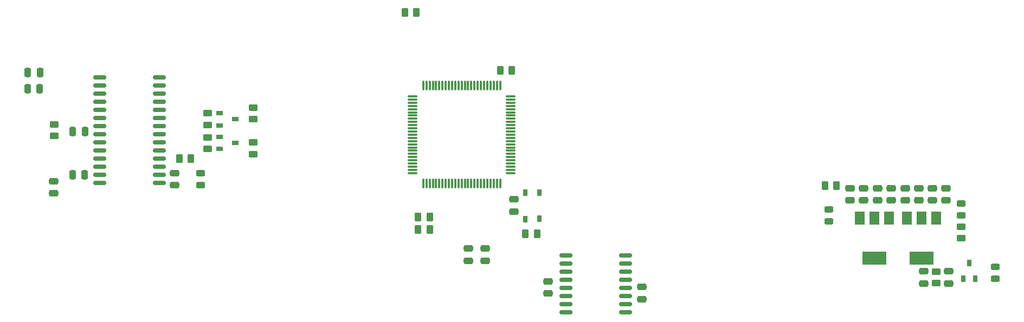
<source format=gbp>
%TF.GenerationSoftware,KiCad,Pcbnew,(6.0.0)*%
%TF.CreationDate,2022-05-25T11:52:23+05:30*%
%TF.ProjectId,Motion_Control_HMI,4d6f7469-6f6e-45f4-936f-6e74726f6c5f,rev?*%
%TF.SameCoordinates,Original*%
%TF.FileFunction,Paste,Bot*%
%TF.FilePolarity,Positive*%
%FSLAX46Y46*%
G04 Gerber Fmt 4.6, Leading zero omitted, Abs format (unit mm)*
G04 Created by KiCad (PCBNEW (6.0.0)) date 2022-05-25 11:52:23*
%MOMM*%
%LPD*%
G01*
G04 APERTURE LIST*
G04 Aperture macros list*
%AMRoundRect*
0 Rectangle with rounded corners*
0 $1 Rounding radius*
0 $2 $3 $4 $5 $6 $7 $8 $9 X,Y pos of 4 corners*
0 Add a 4 corners polygon primitive as box body*
4,1,4,$2,$3,$4,$5,$6,$7,$8,$9,$2,$3,0*
0 Add four circle primitives for the rounded corners*
1,1,$1+$1,$2,$3*
1,1,$1+$1,$4,$5*
1,1,$1+$1,$6,$7*
1,1,$1+$1,$8,$9*
0 Add four rect primitives between the rounded corners*
20,1,$1+$1,$2,$3,$4,$5,0*
20,1,$1+$1,$4,$5,$6,$7,0*
20,1,$1+$1,$6,$7,$8,$9,0*
20,1,$1+$1,$8,$9,$2,$3,0*%
G04 Aperture macros list end*
%ADD10RoundRect,0.250000X0.450000X-0.262500X0.450000X0.262500X-0.450000X0.262500X-0.450000X-0.262500X0*%
%ADD11RoundRect,0.243750X0.456250X-0.243750X0.456250X0.243750X-0.456250X0.243750X-0.456250X-0.243750X0*%
%ADD12RoundRect,0.250000X0.262500X0.450000X-0.262500X0.450000X-0.262500X-0.450000X0.262500X-0.450000X0*%
%ADD13RoundRect,0.250000X0.475000X-0.250000X0.475000X0.250000X-0.475000X0.250000X-0.475000X-0.250000X0*%
%ADD14RoundRect,0.250000X-0.475000X0.250000X-0.475000X-0.250000X0.475000X-0.250000X0.475000X0.250000X0*%
%ADD15R,1.500000X2.000000*%
%ADD16R,3.800000X2.000000*%
%ADD17RoundRect,0.250000X-0.450000X0.262500X-0.450000X-0.262500X0.450000X-0.262500X0.450000X0.262500X0*%
%ADD18RoundRect,0.250000X0.250000X0.475000X-0.250000X0.475000X-0.250000X-0.475000X0.250000X-0.475000X0*%
%ADD19R,1.000000X0.700000*%
%ADD20R,0.700000X1.000000*%
%ADD21RoundRect,0.243750X-0.456250X0.243750X-0.456250X-0.243750X0.456250X-0.243750X0.456250X0.243750X0*%
%ADD22RoundRect,0.250000X-0.262500X-0.450000X0.262500X-0.450000X0.262500X0.450000X-0.262500X0.450000X0*%
%ADD23R,0.650000X1.050000*%
%ADD24RoundRect,0.075000X0.662500X0.075000X-0.662500X0.075000X-0.662500X-0.075000X0.662500X-0.075000X0*%
%ADD25RoundRect,0.075000X0.075000X0.662500X-0.075000X0.662500X-0.075000X-0.662500X0.075000X-0.662500X0*%
%ADD26RoundRect,0.150000X-0.875000X-0.150000X0.875000X-0.150000X0.875000X0.150000X-0.875000X0.150000X0*%
G04 APERTURE END LIST*
D10*
%TO.C,R1*%
X68580000Y-131597400D03*
X68580000Y-129772400D03*
%TD*%
D11*
%TO.C,D2*%
X210261200Y-144013400D03*
X210261200Y-142138400D03*
%TD*%
D12*
%TO.C,R3*%
X144043400Y-146862800D03*
X142218400Y-146862800D03*
%TD*%
D13*
%TO.C,C17*%
X201498200Y-141640600D03*
X201498200Y-139740600D03*
%TD*%
D14*
%TO.C,C14*%
X204393800Y-152730200D03*
X204393800Y-154630200D03*
%TD*%
D13*
%TO.C,C2*%
X145719800Y-156235400D03*
X145719800Y-154335400D03*
%TD*%
%TO.C,C12*%
X197180200Y-141640600D03*
X197180200Y-139740600D03*
%TD*%
D15*
%TO.C,U3*%
X201763600Y-144424000D03*
X204063600Y-144424000D03*
X206363600Y-144424000D03*
D16*
X204063600Y-150724000D03*
%TD*%
D13*
%TO.C,C11*%
X205765400Y-141640600D03*
X205765400Y-139740600D03*
%TD*%
%TO.C,C1*%
X160401000Y-157099000D03*
X160401000Y-155199000D03*
%TD*%
D14*
%TO.C,C6*%
X68503800Y-138638200D03*
X68503800Y-140538200D03*
%TD*%
D10*
%TO.C,R7*%
X92557600Y-133629400D03*
X92557600Y-131804400D03*
%TD*%
D17*
%TO.C,R5*%
X99669600Y-132613400D03*
X99669600Y-134438400D03*
%TD*%
D18*
%TO.C,C3*%
X66344800Y-124231400D03*
X64444800Y-124231400D03*
%TD*%
D13*
%TO.C,C16*%
X195021200Y-141640600D03*
X195021200Y-139740600D03*
%TD*%
D15*
%TO.C,U4*%
X194397600Y-144424000D03*
X196697600Y-144424000D03*
X198997600Y-144424000D03*
D16*
X196697600Y-150724000D03*
%TD*%
D10*
%TO.C,FB1*%
X206375000Y-154609800D03*
X206375000Y-152784800D03*
%TD*%
D19*
%TO.C,Q3*%
X94456400Y-133588800D03*
X94456400Y-131688800D03*
X96856400Y-132638800D03*
%TD*%
D18*
%TO.C,C7*%
X73380600Y-137693400D03*
X71480600Y-137693400D03*
%TD*%
D14*
%TO.C,C22*%
X133273800Y-149174200D03*
X133273800Y-151074200D03*
%TD*%
D20*
%TO.C,Q1*%
X212466000Y-153873200D03*
X210566000Y-153873200D03*
X211516000Y-151473200D03*
%TD*%
D13*
%TO.C,C10*%
X199339200Y-141640600D03*
X199339200Y-139740600D03*
%TD*%
D21*
%TO.C,D1*%
X91440000Y-137388600D03*
X91440000Y-139263600D03*
%TD*%
D17*
%TO.C,R11*%
X210286600Y-145770600D03*
X210286600Y-147595600D03*
%TD*%
D13*
%TO.C,C9*%
X207899000Y-141640600D03*
X207899000Y-139740600D03*
%TD*%
D12*
%TO.C,R10*%
X125171200Y-112217200D03*
X123346200Y-112217200D03*
%TD*%
D22*
%TO.C,R9*%
X125429000Y-144272000D03*
X127254000Y-144272000D03*
%TD*%
D18*
%TO.C,C4*%
X66370200Y-121691400D03*
X64470200Y-121691400D03*
%TD*%
D10*
%TO.C,R4*%
X99669600Y-128955800D03*
X99669600Y-127130800D03*
%TD*%
D14*
%TO.C,C24*%
X135940800Y-149174200D03*
X135940800Y-151074200D03*
%TD*%
D13*
%TO.C,C15*%
X203631800Y-141640600D03*
X203631800Y-139740600D03*
%TD*%
D23*
%TO.C,SW26*%
X142214600Y-140411200D03*
X142214600Y-144561200D03*
X144364600Y-144536200D03*
X144364600Y-140411200D03*
%TD*%
D18*
%TO.C,C5*%
X73401000Y-130860800D03*
X71501000Y-130860800D03*
%TD*%
D19*
%TO.C,Q2*%
X94456400Y-129905800D03*
X94456400Y-128005800D03*
X96856400Y-128955800D03*
%TD*%
D13*
%TO.C,C18*%
X192862200Y-141640600D03*
X192862200Y-139740600D03*
%TD*%
D17*
%TO.C,R6*%
X92557600Y-128016000D03*
X92557600Y-129841000D03*
%TD*%
D22*
%TO.C,R12*%
X188976000Y-139369800D03*
X190801000Y-139369800D03*
%TD*%
D12*
%TO.C,FB2*%
X140077200Y-121285000D03*
X138252200Y-121285000D03*
%TD*%
D21*
%TO.C,D3*%
X189611000Y-143057400D03*
X189611000Y-144932400D03*
%TD*%
D13*
%TO.C,C8*%
X87426800Y-139288600D03*
X87426800Y-137388600D03*
%TD*%
D24*
%TO.C,U5*%
X139908100Y-125377100D03*
X139908100Y-125877100D03*
X139908100Y-126377100D03*
X139908100Y-126877100D03*
X139908100Y-127377100D03*
X139908100Y-127877100D03*
X139908100Y-128377100D03*
X139908100Y-128877100D03*
X139908100Y-129377100D03*
X139908100Y-129877100D03*
X139908100Y-130377100D03*
X139908100Y-130877100D03*
X139908100Y-131377100D03*
X139908100Y-131877100D03*
X139908100Y-132377100D03*
X139908100Y-132877100D03*
X139908100Y-133377100D03*
X139908100Y-133877100D03*
X139908100Y-134377100D03*
X139908100Y-134877100D03*
X139908100Y-135377100D03*
X139908100Y-135877100D03*
X139908100Y-136377100D03*
X139908100Y-136877100D03*
X139908100Y-137377100D03*
D25*
X138245600Y-139039600D03*
X137745600Y-139039600D03*
X137245600Y-139039600D03*
X136745600Y-139039600D03*
X136245600Y-139039600D03*
X135745600Y-139039600D03*
X135245600Y-139039600D03*
X134745600Y-139039600D03*
X134245600Y-139039600D03*
X133745600Y-139039600D03*
X133245600Y-139039600D03*
X132745600Y-139039600D03*
X132245600Y-139039600D03*
X131745600Y-139039600D03*
X131245600Y-139039600D03*
X130745600Y-139039600D03*
X130245600Y-139039600D03*
X129745600Y-139039600D03*
X129245600Y-139039600D03*
X128745600Y-139039600D03*
X128245600Y-139039600D03*
X127745600Y-139039600D03*
X127245600Y-139039600D03*
X126745600Y-139039600D03*
X126245600Y-139039600D03*
D24*
X124583100Y-137377100D03*
X124583100Y-136877100D03*
X124583100Y-136377100D03*
X124583100Y-135877100D03*
X124583100Y-135377100D03*
X124583100Y-134877100D03*
X124583100Y-134377100D03*
X124583100Y-133877100D03*
X124583100Y-133377100D03*
X124583100Y-132877100D03*
X124583100Y-132377100D03*
X124583100Y-131877100D03*
X124583100Y-131377100D03*
X124583100Y-130877100D03*
X124583100Y-130377100D03*
X124583100Y-129877100D03*
X124583100Y-129377100D03*
X124583100Y-128877100D03*
X124583100Y-128377100D03*
X124583100Y-127877100D03*
X124583100Y-127377100D03*
X124583100Y-126877100D03*
X124583100Y-126377100D03*
X124583100Y-125877100D03*
X124583100Y-125377100D03*
D25*
X126245600Y-123714600D03*
X126745600Y-123714600D03*
X127245600Y-123714600D03*
X127745600Y-123714600D03*
X128245600Y-123714600D03*
X128745600Y-123714600D03*
X129245600Y-123714600D03*
X129745600Y-123714600D03*
X130245600Y-123714600D03*
X130745600Y-123714600D03*
X131245600Y-123714600D03*
X131745600Y-123714600D03*
X132245600Y-123714600D03*
X132745600Y-123714600D03*
X133245600Y-123714600D03*
X133745600Y-123714600D03*
X134245600Y-123714600D03*
X134745600Y-123714600D03*
X135245600Y-123714600D03*
X135745600Y-123714600D03*
X136245600Y-123714600D03*
X136745600Y-123714600D03*
X137245600Y-123714600D03*
X137745600Y-123714600D03*
X138245600Y-123714600D03*
%TD*%
D26*
%TO.C,U1*%
X148512000Y-159181800D03*
X148512000Y-157911800D03*
X148512000Y-156641800D03*
X148512000Y-155371800D03*
X148512000Y-154101800D03*
X148512000Y-152831800D03*
X148512000Y-151561800D03*
X148512000Y-150291800D03*
X157812000Y-150291800D03*
X157812000Y-151561800D03*
X157812000Y-152831800D03*
X157812000Y-154101800D03*
X157812000Y-155371800D03*
X157812000Y-156641800D03*
X157812000Y-157911800D03*
X157812000Y-159181800D03*
%TD*%
D11*
%TO.C,F1*%
X215569800Y-153898600D03*
X215569800Y-152023600D03*
%TD*%
D12*
%TO.C,R2*%
X89966800Y-135077200D03*
X88141800Y-135077200D03*
%TD*%
D22*
%TO.C,R8*%
X125427100Y-146202400D03*
X127252100Y-146202400D03*
%TD*%
D26*
%TO.C,U2*%
X75692000Y-138963400D03*
X75692000Y-137693400D03*
X75692000Y-136423400D03*
X75692000Y-135153400D03*
X75692000Y-133883400D03*
X75692000Y-132613400D03*
X75692000Y-131343400D03*
X75692000Y-130073400D03*
X75692000Y-128803400D03*
X75692000Y-127533400D03*
X75692000Y-126263400D03*
X75692000Y-124993400D03*
X75692000Y-123723400D03*
X75692000Y-122453400D03*
X84992000Y-122453400D03*
X84992000Y-123723400D03*
X84992000Y-124993400D03*
X84992000Y-126263400D03*
X84992000Y-127533400D03*
X84992000Y-128803400D03*
X84992000Y-130073400D03*
X84992000Y-131343400D03*
X84992000Y-132613400D03*
X84992000Y-133883400D03*
X84992000Y-135153400D03*
X84992000Y-136423400D03*
X84992000Y-137693400D03*
X84992000Y-138963400D03*
%TD*%
D14*
%TO.C,C19*%
X140385800Y-141503400D03*
X140385800Y-143403400D03*
%TD*%
D13*
%TO.C,C13*%
X208330800Y-154635200D03*
X208330800Y-152735200D03*
%TD*%
M02*

</source>
